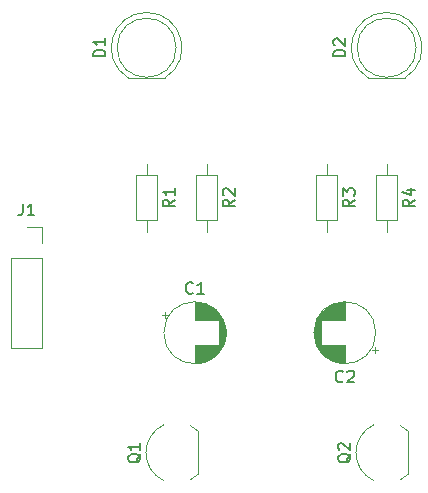
<source format=gbr>
%TF.GenerationSoftware,KiCad,Pcbnew,8.0.6*%
%TF.CreationDate,2024-11-22T14:42:32+09:00*%
%TF.ProjectId,traning,7472616e-696e-4672-9e6b-696361645f70,rev?*%
%TF.SameCoordinates,Original*%
%TF.FileFunction,Legend,Top*%
%TF.FilePolarity,Positive*%
%FSLAX46Y46*%
G04 Gerber Fmt 4.6, Leading zero omitted, Abs format (unit mm)*
G04 Created by KiCad (PCBNEW 8.0.6) date 2024-11-22 14:42:32*
%MOMM*%
%LPD*%
G01*
G04 APERTURE LIST*
%ADD10C,0.150000*%
%ADD11C,0.120000*%
G04 APERTURE END LIST*
D10*
X152234819Y-75096666D02*
X151758628Y-75429999D01*
X152234819Y-75668094D02*
X151234819Y-75668094D01*
X151234819Y-75668094D02*
X151234819Y-75287142D01*
X151234819Y-75287142D02*
X151282438Y-75191904D01*
X151282438Y-75191904D02*
X151330057Y-75144285D01*
X151330057Y-75144285D02*
X151425295Y-75096666D01*
X151425295Y-75096666D02*
X151568152Y-75096666D01*
X151568152Y-75096666D02*
X151663390Y-75144285D01*
X151663390Y-75144285D02*
X151711009Y-75191904D01*
X151711009Y-75191904D02*
X151758628Y-75287142D01*
X151758628Y-75287142D02*
X151758628Y-75668094D01*
X151568152Y-74239523D02*
X152234819Y-74239523D01*
X151187200Y-74477618D02*
X151901485Y-74715713D01*
X151901485Y-74715713D02*
X151901485Y-74096666D01*
X147154819Y-75096666D02*
X146678628Y-75429999D01*
X147154819Y-75668094D02*
X146154819Y-75668094D01*
X146154819Y-75668094D02*
X146154819Y-75287142D01*
X146154819Y-75287142D02*
X146202438Y-75191904D01*
X146202438Y-75191904D02*
X146250057Y-75144285D01*
X146250057Y-75144285D02*
X146345295Y-75096666D01*
X146345295Y-75096666D02*
X146488152Y-75096666D01*
X146488152Y-75096666D02*
X146583390Y-75144285D01*
X146583390Y-75144285D02*
X146631009Y-75191904D01*
X146631009Y-75191904D02*
X146678628Y-75287142D01*
X146678628Y-75287142D02*
X146678628Y-75668094D01*
X146154819Y-74763332D02*
X146154819Y-74144285D01*
X146154819Y-74144285D02*
X146535771Y-74477618D01*
X146535771Y-74477618D02*
X146535771Y-74334761D01*
X146535771Y-74334761D02*
X146583390Y-74239523D01*
X146583390Y-74239523D02*
X146631009Y-74191904D01*
X146631009Y-74191904D02*
X146726247Y-74144285D01*
X146726247Y-74144285D02*
X146964342Y-74144285D01*
X146964342Y-74144285D02*
X147059580Y-74191904D01*
X147059580Y-74191904D02*
X147107200Y-74239523D01*
X147107200Y-74239523D02*
X147154819Y-74334761D01*
X147154819Y-74334761D02*
X147154819Y-74620475D01*
X147154819Y-74620475D02*
X147107200Y-74715713D01*
X147107200Y-74715713D02*
X147059580Y-74763332D01*
X136994819Y-75096666D02*
X136518628Y-75429999D01*
X136994819Y-75668094D02*
X135994819Y-75668094D01*
X135994819Y-75668094D02*
X135994819Y-75287142D01*
X135994819Y-75287142D02*
X136042438Y-75191904D01*
X136042438Y-75191904D02*
X136090057Y-75144285D01*
X136090057Y-75144285D02*
X136185295Y-75096666D01*
X136185295Y-75096666D02*
X136328152Y-75096666D01*
X136328152Y-75096666D02*
X136423390Y-75144285D01*
X136423390Y-75144285D02*
X136471009Y-75191904D01*
X136471009Y-75191904D02*
X136518628Y-75287142D01*
X136518628Y-75287142D02*
X136518628Y-75668094D01*
X136090057Y-74715713D02*
X136042438Y-74668094D01*
X136042438Y-74668094D02*
X135994819Y-74572856D01*
X135994819Y-74572856D02*
X135994819Y-74334761D01*
X135994819Y-74334761D02*
X136042438Y-74239523D01*
X136042438Y-74239523D02*
X136090057Y-74191904D01*
X136090057Y-74191904D02*
X136185295Y-74144285D01*
X136185295Y-74144285D02*
X136280533Y-74144285D01*
X136280533Y-74144285D02*
X136423390Y-74191904D01*
X136423390Y-74191904D02*
X136994819Y-74763332D01*
X136994819Y-74763332D02*
X136994819Y-74144285D01*
X131914819Y-75096666D02*
X131438628Y-75429999D01*
X131914819Y-75668094D02*
X130914819Y-75668094D01*
X130914819Y-75668094D02*
X130914819Y-75287142D01*
X130914819Y-75287142D02*
X130962438Y-75191904D01*
X130962438Y-75191904D02*
X131010057Y-75144285D01*
X131010057Y-75144285D02*
X131105295Y-75096666D01*
X131105295Y-75096666D02*
X131248152Y-75096666D01*
X131248152Y-75096666D02*
X131343390Y-75144285D01*
X131343390Y-75144285D02*
X131391009Y-75191904D01*
X131391009Y-75191904D02*
X131438628Y-75287142D01*
X131438628Y-75287142D02*
X131438628Y-75668094D01*
X131914819Y-74144285D02*
X131914819Y-74715713D01*
X131914819Y-74429999D02*
X130914819Y-74429999D01*
X130914819Y-74429999D02*
X131057676Y-74525237D01*
X131057676Y-74525237D02*
X131152914Y-74620475D01*
X131152914Y-74620475D02*
X131200533Y-74715713D01*
X146850057Y-96615238D02*
X146802438Y-96710476D01*
X146802438Y-96710476D02*
X146707200Y-96805714D01*
X146707200Y-96805714D02*
X146564342Y-96948571D01*
X146564342Y-96948571D02*
X146516723Y-97043809D01*
X146516723Y-97043809D02*
X146516723Y-97139047D01*
X146754819Y-97091428D02*
X146707200Y-97186666D01*
X146707200Y-97186666D02*
X146611961Y-97281904D01*
X146611961Y-97281904D02*
X146421485Y-97329523D01*
X146421485Y-97329523D02*
X146088152Y-97329523D01*
X146088152Y-97329523D02*
X145897676Y-97281904D01*
X145897676Y-97281904D02*
X145802438Y-97186666D01*
X145802438Y-97186666D02*
X145754819Y-97091428D01*
X145754819Y-97091428D02*
X145754819Y-96900952D01*
X145754819Y-96900952D02*
X145802438Y-96805714D01*
X145802438Y-96805714D02*
X145897676Y-96710476D01*
X145897676Y-96710476D02*
X146088152Y-96662857D01*
X146088152Y-96662857D02*
X146421485Y-96662857D01*
X146421485Y-96662857D02*
X146611961Y-96710476D01*
X146611961Y-96710476D02*
X146707200Y-96805714D01*
X146707200Y-96805714D02*
X146754819Y-96900952D01*
X146754819Y-96900952D02*
X146754819Y-97091428D01*
X145850057Y-96281904D02*
X145802438Y-96234285D01*
X145802438Y-96234285D02*
X145754819Y-96139047D01*
X145754819Y-96139047D02*
X145754819Y-95900952D01*
X145754819Y-95900952D02*
X145802438Y-95805714D01*
X145802438Y-95805714D02*
X145850057Y-95758095D01*
X145850057Y-95758095D02*
X145945295Y-95710476D01*
X145945295Y-95710476D02*
X146040533Y-95710476D01*
X146040533Y-95710476D02*
X146183390Y-95758095D01*
X146183390Y-95758095D02*
X146754819Y-96329523D01*
X146754819Y-96329523D02*
X146754819Y-95710476D01*
X129070057Y-96615238D02*
X129022438Y-96710476D01*
X129022438Y-96710476D02*
X128927200Y-96805714D01*
X128927200Y-96805714D02*
X128784342Y-96948571D01*
X128784342Y-96948571D02*
X128736723Y-97043809D01*
X128736723Y-97043809D02*
X128736723Y-97139047D01*
X128974819Y-97091428D02*
X128927200Y-97186666D01*
X128927200Y-97186666D02*
X128831961Y-97281904D01*
X128831961Y-97281904D02*
X128641485Y-97329523D01*
X128641485Y-97329523D02*
X128308152Y-97329523D01*
X128308152Y-97329523D02*
X128117676Y-97281904D01*
X128117676Y-97281904D02*
X128022438Y-97186666D01*
X128022438Y-97186666D02*
X127974819Y-97091428D01*
X127974819Y-97091428D02*
X127974819Y-96900952D01*
X127974819Y-96900952D02*
X128022438Y-96805714D01*
X128022438Y-96805714D02*
X128117676Y-96710476D01*
X128117676Y-96710476D02*
X128308152Y-96662857D01*
X128308152Y-96662857D02*
X128641485Y-96662857D01*
X128641485Y-96662857D02*
X128831961Y-96710476D01*
X128831961Y-96710476D02*
X128927200Y-96805714D01*
X128927200Y-96805714D02*
X128974819Y-96900952D01*
X128974819Y-96900952D02*
X128974819Y-97091428D01*
X128974819Y-95710476D02*
X128974819Y-96281904D01*
X128974819Y-95996190D02*
X127974819Y-95996190D01*
X127974819Y-95996190D02*
X128117676Y-96091428D01*
X128117676Y-96091428D02*
X128212914Y-96186666D01*
X128212914Y-96186666D02*
X128260533Y-96281904D01*
X119046666Y-75424819D02*
X119046666Y-76139104D01*
X119046666Y-76139104D02*
X118999047Y-76281961D01*
X118999047Y-76281961D02*
X118903809Y-76377200D01*
X118903809Y-76377200D02*
X118760952Y-76424819D01*
X118760952Y-76424819D02*
X118665714Y-76424819D01*
X120046666Y-76424819D02*
X119475238Y-76424819D01*
X119760952Y-76424819D02*
X119760952Y-75424819D01*
X119760952Y-75424819D02*
X119665714Y-75567676D01*
X119665714Y-75567676D02*
X119570476Y-75662914D01*
X119570476Y-75662914D02*
X119475238Y-75710533D01*
X146354819Y-62968094D02*
X145354819Y-62968094D01*
X145354819Y-62968094D02*
X145354819Y-62729999D01*
X145354819Y-62729999D02*
X145402438Y-62587142D01*
X145402438Y-62587142D02*
X145497676Y-62491904D01*
X145497676Y-62491904D02*
X145592914Y-62444285D01*
X145592914Y-62444285D02*
X145783390Y-62396666D01*
X145783390Y-62396666D02*
X145926247Y-62396666D01*
X145926247Y-62396666D02*
X146116723Y-62444285D01*
X146116723Y-62444285D02*
X146211961Y-62491904D01*
X146211961Y-62491904D02*
X146307200Y-62587142D01*
X146307200Y-62587142D02*
X146354819Y-62729999D01*
X146354819Y-62729999D02*
X146354819Y-62968094D01*
X145450057Y-62015713D02*
X145402438Y-61968094D01*
X145402438Y-61968094D02*
X145354819Y-61872856D01*
X145354819Y-61872856D02*
X145354819Y-61634761D01*
X145354819Y-61634761D02*
X145402438Y-61539523D01*
X145402438Y-61539523D02*
X145450057Y-61491904D01*
X145450057Y-61491904D02*
X145545295Y-61444285D01*
X145545295Y-61444285D02*
X145640533Y-61444285D01*
X145640533Y-61444285D02*
X145783390Y-61491904D01*
X145783390Y-61491904D02*
X146354819Y-62063332D01*
X146354819Y-62063332D02*
X146354819Y-61444285D01*
X126034819Y-62968094D02*
X125034819Y-62968094D01*
X125034819Y-62968094D02*
X125034819Y-62729999D01*
X125034819Y-62729999D02*
X125082438Y-62587142D01*
X125082438Y-62587142D02*
X125177676Y-62491904D01*
X125177676Y-62491904D02*
X125272914Y-62444285D01*
X125272914Y-62444285D02*
X125463390Y-62396666D01*
X125463390Y-62396666D02*
X125606247Y-62396666D01*
X125606247Y-62396666D02*
X125796723Y-62444285D01*
X125796723Y-62444285D02*
X125891961Y-62491904D01*
X125891961Y-62491904D02*
X125987200Y-62587142D01*
X125987200Y-62587142D02*
X126034819Y-62729999D01*
X126034819Y-62729999D02*
X126034819Y-62968094D01*
X126034819Y-61444285D02*
X126034819Y-62015713D01*
X126034819Y-61729999D02*
X125034819Y-61729999D01*
X125034819Y-61729999D02*
X125177676Y-61825237D01*
X125177676Y-61825237D02*
X125272914Y-61920475D01*
X125272914Y-61920475D02*
X125320533Y-62015713D01*
X146153333Y-90469580D02*
X146105714Y-90517200D01*
X146105714Y-90517200D02*
X145962857Y-90564819D01*
X145962857Y-90564819D02*
X145867619Y-90564819D01*
X145867619Y-90564819D02*
X145724762Y-90517200D01*
X145724762Y-90517200D02*
X145629524Y-90421961D01*
X145629524Y-90421961D02*
X145581905Y-90326723D01*
X145581905Y-90326723D02*
X145534286Y-90136247D01*
X145534286Y-90136247D02*
X145534286Y-89993390D01*
X145534286Y-89993390D02*
X145581905Y-89802914D01*
X145581905Y-89802914D02*
X145629524Y-89707676D01*
X145629524Y-89707676D02*
X145724762Y-89612438D01*
X145724762Y-89612438D02*
X145867619Y-89564819D01*
X145867619Y-89564819D02*
X145962857Y-89564819D01*
X145962857Y-89564819D02*
X146105714Y-89612438D01*
X146105714Y-89612438D02*
X146153333Y-89660057D01*
X146534286Y-89660057D02*
X146581905Y-89612438D01*
X146581905Y-89612438D02*
X146677143Y-89564819D01*
X146677143Y-89564819D02*
X146915238Y-89564819D01*
X146915238Y-89564819D02*
X147010476Y-89612438D01*
X147010476Y-89612438D02*
X147058095Y-89660057D01*
X147058095Y-89660057D02*
X147105714Y-89755295D01*
X147105714Y-89755295D02*
X147105714Y-89850533D01*
X147105714Y-89850533D02*
X147058095Y-89993390D01*
X147058095Y-89993390D02*
X146486667Y-90564819D01*
X146486667Y-90564819D02*
X147105714Y-90564819D01*
X133453333Y-82969580D02*
X133405714Y-83017200D01*
X133405714Y-83017200D02*
X133262857Y-83064819D01*
X133262857Y-83064819D02*
X133167619Y-83064819D01*
X133167619Y-83064819D02*
X133024762Y-83017200D01*
X133024762Y-83017200D02*
X132929524Y-82921961D01*
X132929524Y-82921961D02*
X132881905Y-82826723D01*
X132881905Y-82826723D02*
X132834286Y-82636247D01*
X132834286Y-82636247D02*
X132834286Y-82493390D01*
X132834286Y-82493390D02*
X132881905Y-82302914D01*
X132881905Y-82302914D02*
X132929524Y-82207676D01*
X132929524Y-82207676D02*
X133024762Y-82112438D01*
X133024762Y-82112438D02*
X133167619Y-82064819D01*
X133167619Y-82064819D02*
X133262857Y-82064819D01*
X133262857Y-82064819D02*
X133405714Y-82112438D01*
X133405714Y-82112438D02*
X133453333Y-82160057D01*
X134405714Y-83064819D02*
X133834286Y-83064819D01*
X134120000Y-83064819D02*
X134120000Y-82064819D01*
X134120000Y-82064819D02*
X134024762Y-82207676D01*
X134024762Y-82207676D02*
X133929524Y-82302914D01*
X133929524Y-82302914D02*
X133834286Y-82350533D01*
D11*
%TO.C,R4*%
X149860000Y-77800000D02*
X149860000Y-76850000D01*
X148940000Y-76850000D02*
X150780000Y-76850000D01*
X150780000Y-76850000D02*
X150780000Y-73010000D01*
X148940000Y-73010000D02*
X148940000Y-76850000D01*
X150780000Y-73010000D02*
X148940000Y-73010000D01*
X149860000Y-72060000D02*
X149860000Y-73010000D01*
%TO.C,R3*%
X144780000Y-77800000D02*
X144780000Y-76850000D01*
X143860000Y-76850000D02*
X145700000Y-76850000D01*
X145700000Y-76850000D02*
X145700000Y-73010000D01*
X143860000Y-73010000D02*
X143860000Y-76850000D01*
X145700000Y-73010000D02*
X143860000Y-73010000D01*
X144780000Y-72060000D02*
X144780000Y-73010000D01*
%TO.C,R2*%
X134620000Y-77800000D02*
X134620000Y-76850000D01*
X133700000Y-76850000D02*
X135540000Y-76850000D01*
X135540000Y-76850000D02*
X135540000Y-73010000D01*
X133700000Y-73010000D02*
X133700000Y-76850000D01*
X135540000Y-73010000D02*
X133700000Y-73010000D01*
X134620000Y-72060000D02*
X134620000Y-73010000D01*
%TO.C,R1*%
X129540000Y-77800000D02*
X129540000Y-76850000D01*
X128620000Y-76850000D02*
X130460000Y-76850000D01*
X130460000Y-76850000D02*
X130460000Y-73010000D01*
X128620000Y-73010000D02*
X128620000Y-76850000D01*
X130460000Y-73010000D02*
X128620000Y-73010000D01*
X129540000Y-72060000D02*
X129540000Y-73010000D01*
%TO.C,Q2*%
X151710000Y-98320000D02*
X151710000Y-94720000D01*
X148761193Y-98876400D02*
G75*
G02*
X147260000Y-96520000I1098807J2356400D01*
G01*
X151710000Y-98320000D02*
G75*
G02*
X150982795Y-98844184I-1850000J1800000D01*
G01*
X147260000Y-96520000D02*
G75*
G02*
X148761193Y-94163600I2600000J0D01*
G01*
X150982795Y-94195816D02*
G75*
G02*
X151710000Y-94720000I-1122795J-2324184D01*
G01*
%TO.C,Q1*%
X133202795Y-94195816D02*
G75*
G02*
X133930000Y-94720000I-1122795J-2324184D01*
G01*
X129480000Y-96520000D02*
G75*
G02*
X130981193Y-94163600I2600000J0D01*
G01*
X133930000Y-98320000D02*
G75*
G02*
X133202795Y-98844184I-1850000J1800000D01*
G01*
X130981193Y-98876400D02*
G75*
G02*
X129480000Y-96520000I1098807J2356400D01*
G01*
X133930000Y-98320000D02*
X133930000Y-94720000D01*
%TO.C,J1*%
X120710000Y-80010000D02*
X120710000Y-87690000D01*
X120710000Y-77410000D02*
X120710000Y-78740000D01*
X119380000Y-77410000D02*
X120710000Y-77410000D01*
X118050000Y-87690000D02*
X120710000Y-87690000D01*
X118050000Y-80010000D02*
X120710000Y-80010000D01*
X118050000Y-80010000D02*
X118050000Y-87690000D01*
%TO.C,D2*%
X152360000Y-62230000D02*
G75*
G02*
X147360000Y-62230000I-2500000J0D01*
G01*
X147360000Y-62230000D02*
G75*
G02*
X152360000Y-62230000I2500000J0D01*
G01*
X149859538Y-59240000D02*
G75*
G02*
X151404830Y-64790000I462J-2990000D01*
G01*
X148315170Y-64790000D02*
G75*
G02*
X149860462Y-59240000I1544830J2560000D01*
G01*
X148315000Y-64790000D02*
X151405000Y-64790000D01*
%TO.C,D1*%
X127995000Y-64790000D02*
X131085000Y-64790000D01*
X127995170Y-64790000D02*
G75*
G02*
X129540462Y-59240000I1544830J2560000D01*
G01*
X129539538Y-59240000D02*
G75*
G02*
X131084830Y-64790000I462J-2990000D01*
G01*
X132040000Y-62230000D02*
G75*
G02*
X127040000Y-62230000I-2500000J0D01*
G01*
X127040000Y-62230000D02*
G75*
G02*
X132040000Y-62230000I2500000J0D01*
G01*
%TO.C,C2*%
X149124775Y-87835000D02*
X148624775Y-87835000D01*
X148874775Y-88085000D02*
X148874775Y-87585000D01*
X146320000Y-88940000D02*
X146320000Y-87400000D01*
X146320000Y-85320000D02*
X146320000Y-83780000D01*
X146280000Y-88940000D02*
X146280000Y-87400000D01*
X146280000Y-85320000D02*
X146280000Y-83780000D01*
X146240000Y-88939000D02*
X146240000Y-87400000D01*
X146240000Y-85320000D02*
X146240000Y-83781000D01*
X146200000Y-88938000D02*
X146200000Y-87400000D01*
X146200000Y-85320000D02*
X146200000Y-83782000D01*
X146160000Y-88936000D02*
X146160000Y-87400000D01*
X146160000Y-85320000D02*
X146160000Y-83784000D01*
X146120000Y-88933000D02*
X146120000Y-87400000D01*
X146120000Y-85320000D02*
X146120000Y-83787000D01*
X146080000Y-88929000D02*
X146080000Y-87400000D01*
X146080000Y-85320000D02*
X146080000Y-83791000D01*
X146040000Y-88925000D02*
X146040000Y-87400000D01*
X146040000Y-85320000D02*
X146040000Y-83795000D01*
X146000000Y-88921000D02*
X146000000Y-87400000D01*
X146000000Y-85320000D02*
X146000000Y-83799000D01*
X145960000Y-88916000D02*
X145960000Y-87400000D01*
X145960000Y-85320000D02*
X145960000Y-83804000D01*
X145920000Y-88910000D02*
X145920000Y-87400000D01*
X145920000Y-85320000D02*
X145920000Y-83810000D01*
X145880000Y-88903000D02*
X145880000Y-87400000D01*
X145880000Y-85320000D02*
X145880000Y-83817000D01*
X145840000Y-88896000D02*
X145840000Y-87400000D01*
X145840000Y-85320000D02*
X145840000Y-83824000D01*
X145800000Y-88888000D02*
X145800000Y-87400000D01*
X145800000Y-85320000D02*
X145800000Y-83832000D01*
X145760000Y-88880000D02*
X145760000Y-87400000D01*
X145760000Y-85320000D02*
X145760000Y-83840000D01*
X145720000Y-88871000D02*
X145720000Y-87400000D01*
X145720000Y-85320000D02*
X145720000Y-83849000D01*
X145680000Y-88861000D02*
X145680000Y-87400000D01*
X145680000Y-85320000D02*
X145680000Y-83859000D01*
X145640000Y-88851000D02*
X145640000Y-87400000D01*
X145640000Y-85320000D02*
X145640000Y-83869000D01*
X145599000Y-88840000D02*
X145599000Y-87400000D01*
X145599000Y-85320000D02*
X145599000Y-83880000D01*
X145559000Y-88828000D02*
X145559000Y-87400000D01*
X145559000Y-85320000D02*
X145559000Y-83892000D01*
X145519000Y-88815000D02*
X145519000Y-87400000D01*
X145519000Y-85320000D02*
X145519000Y-83905000D01*
X145479000Y-88802000D02*
X145479000Y-87400000D01*
X145479000Y-85320000D02*
X145479000Y-83918000D01*
X145439000Y-88788000D02*
X145439000Y-87400000D01*
X145439000Y-85320000D02*
X145439000Y-83932000D01*
X145399000Y-88774000D02*
X145399000Y-87400000D01*
X145399000Y-85320000D02*
X145399000Y-83946000D01*
X145359000Y-88758000D02*
X145359000Y-87400000D01*
X145359000Y-85320000D02*
X145359000Y-83962000D01*
X145319000Y-88742000D02*
X145319000Y-87400000D01*
X145319000Y-85320000D02*
X145319000Y-83978000D01*
X145279000Y-88725000D02*
X145279000Y-87400000D01*
X145279000Y-85320000D02*
X145279000Y-83995000D01*
X145239000Y-88708000D02*
X145239000Y-87400000D01*
X145239000Y-85320000D02*
X145239000Y-84012000D01*
X145199000Y-88689000D02*
X145199000Y-87400000D01*
X145199000Y-85320000D02*
X145199000Y-84031000D01*
X145159000Y-88670000D02*
X145159000Y-87400000D01*
X145159000Y-85320000D02*
X145159000Y-84050000D01*
X145119000Y-88650000D02*
X145119000Y-87400000D01*
X145119000Y-85320000D02*
X145119000Y-84070000D01*
X145079000Y-88628000D02*
X145079000Y-87400000D01*
X145079000Y-85320000D02*
X145079000Y-84092000D01*
X145039000Y-88607000D02*
X145039000Y-87400000D01*
X145039000Y-85320000D02*
X145039000Y-84113000D01*
X144999000Y-88584000D02*
X144999000Y-87400000D01*
X144999000Y-85320000D02*
X144999000Y-84136000D01*
X144959000Y-88560000D02*
X144959000Y-87400000D01*
X144959000Y-85320000D02*
X144959000Y-84160000D01*
X144919000Y-88535000D02*
X144919000Y-87400000D01*
X144919000Y-85320000D02*
X144919000Y-84185000D01*
X144879000Y-88509000D02*
X144879000Y-87400000D01*
X144879000Y-85320000D02*
X144879000Y-84211000D01*
X144839000Y-88482000D02*
X144839000Y-87400000D01*
X144839000Y-85320000D02*
X144839000Y-84238000D01*
X144799000Y-88455000D02*
X144799000Y-87400000D01*
X144799000Y-85320000D02*
X144799000Y-84265000D01*
X144759000Y-88425000D02*
X144759000Y-87400000D01*
X144759000Y-85320000D02*
X144759000Y-84295000D01*
X144719000Y-88395000D02*
X144719000Y-87400000D01*
X144719000Y-85320000D02*
X144719000Y-84325000D01*
X144679000Y-88364000D02*
X144679000Y-87400000D01*
X144679000Y-85320000D02*
X144679000Y-84356000D01*
X144639000Y-88331000D02*
X144639000Y-87400000D01*
X144639000Y-85320000D02*
X144639000Y-84389000D01*
X144599000Y-88297000D02*
X144599000Y-87400000D01*
X144599000Y-85320000D02*
X144599000Y-84423000D01*
X144559000Y-88261000D02*
X144559000Y-87400000D01*
X144559000Y-85320000D02*
X144559000Y-84459000D01*
X144519000Y-88224000D02*
X144519000Y-87400000D01*
X144519000Y-85320000D02*
X144519000Y-84496000D01*
X144479000Y-88186000D02*
X144479000Y-87400000D01*
X144479000Y-85320000D02*
X144479000Y-84534000D01*
X144439000Y-88145000D02*
X144439000Y-87400000D01*
X144439000Y-85320000D02*
X144439000Y-84575000D01*
X144399000Y-88103000D02*
X144399000Y-87400000D01*
X144399000Y-85320000D02*
X144399000Y-84617000D01*
X144359000Y-88059000D02*
X144359000Y-87400000D01*
X144359000Y-85320000D02*
X144359000Y-84661000D01*
X144319000Y-88013000D02*
X144319000Y-87400000D01*
X144319000Y-85320000D02*
X144319000Y-84707000D01*
X144279000Y-87965000D02*
X144279000Y-84755000D01*
X144239000Y-87914000D02*
X144239000Y-84806000D01*
X144199000Y-87860000D02*
X144199000Y-84860000D01*
X144159000Y-87803000D02*
X144159000Y-84917000D01*
X144119000Y-87743000D02*
X144119000Y-84977000D01*
X144079000Y-87679000D02*
X144079000Y-85041000D01*
X144039000Y-87611000D02*
X144039000Y-85109000D01*
X143999000Y-87538000D02*
X143999000Y-85182000D01*
X143959000Y-87458000D02*
X143959000Y-85262000D01*
X143919000Y-87371000D02*
X143919000Y-85349000D01*
X143879000Y-87275000D02*
X143879000Y-85445000D01*
X143839000Y-87165000D02*
X143839000Y-85555000D01*
X143799000Y-87037000D02*
X143799000Y-85683000D01*
X143759000Y-86878000D02*
X143759000Y-85842000D01*
X143719000Y-86644000D02*
X143719000Y-86076000D01*
X148940000Y-86360000D02*
G75*
G02*
X143700000Y-86360000I-2620000J0D01*
G01*
X143700000Y-86360000D02*
G75*
G02*
X148940000Y-86360000I2620000J0D01*
G01*
%TO.C,C1*%
X130815225Y-84885000D02*
X131315225Y-84885000D01*
X131065225Y-84635000D02*
X131065225Y-85135000D01*
X133620000Y-83780000D02*
X133620000Y-85320000D01*
X133620000Y-87400000D02*
X133620000Y-88940000D01*
X133660000Y-83780000D02*
X133660000Y-85320000D01*
X133660000Y-87400000D02*
X133660000Y-88940000D01*
X133700000Y-83781000D02*
X133700000Y-85320000D01*
X133700000Y-87400000D02*
X133700000Y-88939000D01*
X133740000Y-83782000D02*
X133740000Y-85320000D01*
X133740000Y-87400000D02*
X133740000Y-88938000D01*
X133780000Y-83784000D02*
X133780000Y-85320000D01*
X133780000Y-87400000D02*
X133780000Y-88936000D01*
X133820000Y-83787000D02*
X133820000Y-85320000D01*
X133820000Y-87400000D02*
X133820000Y-88933000D01*
X133860000Y-83791000D02*
X133860000Y-85320000D01*
X133860000Y-87400000D02*
X133860000Y-88929000D01*
X133900000Y-83795000D02*
X133900000Y-85320000D01*
X133900000Y-87400000D02*
X133900000Y-88925000D01*
X133940000Y-83799000D02*
X133940000Y-85320000D01*
X133940000Y-87400000D02*
X133940000Y-88921000D01*
X133980000Y-83804000D02*
X133980000Y-85320000D01*
X133980000Y-87400000D02*
X133980000Y-88916000D01*
X134020000Y-83810000D02*
X134020000Y-85320000D01*
X134020000Y-87400000D02*
X134020000Y-88910000D01*
X134060000Y-83817000D02*
X134060000Y-85320000D01*
X134060000Y-87400000D02*
X134060000Y-88903000D01*
X134100000Y-83824000D02*
X134100000Y-85320000D01*
X134100000Y-87400000D02*
X134100000Y-88896000D01*
X134140000Y-83832000D02*
X134140000Y-85320000D01*
X134140000Y-87400000D02*
X134140000Y-88888000D01*
X134180000Y-83840000D02*
X134180000Y-85320000D01*
X134180000Y-87400000D02*
X134180000Y-88880000D01*
X134220000Y-83849000D02*
X134220000Y-85320000D01*
X134220000Y-87400000D02*
X134220000Y-88871000D01*
X134260000Y-83859000D02*
X134260000Y-85320000D01*
X134260000Y-87400000D02*
X134260000Y-88861000D01*
X134300000Y-83869000D02*
X134300000Y-85320000D01*
X134300000Y-87400000D02*
X134300000Y-88851000D01*
X134341000Y-83880000D02*
X134341000Y-85320000D01*
X134341000Y-87400000D02*
X134341000Y-88840000D01*
X134381000Y-83892000D02*
X134381000Y-85320000D01*
X134381000Y-87400000D02*
X134381000Y-88828000D01*
X134421000Y-83905000D02*
X134421000Y-85320000D01*
X134421000Y-87400000D02*
X134421000Y-88815000D01*
X134461000Y-83918000D02*
X134461000Y-85320000D01*
X134461000Y-87400000D02*
X134461000Y-88802000D01*
X134501000Y-83932000D02*
X134501000Y-85320000D01*
X134501000Y-87400000D02*
X134501000Y-88788000D01*
X134541000Y-83946000D02*
X134541000Y-85320000D01*
X134541000Y-87400000D02*
X134541000Y-88774000D01*
X134581000Y-83962000D02*
X134581000Y-85320000D01*
X134581000Y-87400000D02*
X134581000Y-88758000D01*
X134621000Y-83978000D02*
X134621000Y-85320000D01*
X134621000Y-87400000D02*
X134621000Y-88742000D01*
X134661000Y-83995000D02*
X134661000Y-85320000D01*
X134661000Y-87400000D02*
X134661000Y-88725000D01*
X134701000Y-84012000D02*
X134701000Y-85320000D01*
X134701000Y-87400000D02*
X134701000Y-88708000D01*
X134741000Y-84031000D02*
X134741000Y-85320000D01*
X134741000Y-87400000D02*
X134741000Y-88689000D01*
X134781000Y-84050000D02*
X134781000Y-85320000D01*
X134781000Y-87400000D02*
X134781000Y-88670000D01*
X134821000Y-84070000D02*
X134821000Y-85320000D01*
X134821000Y-87400000D02*
X134821000Y-88650000D01*
X134861000Y-84092000D02*
X134861000Y-85320000D01*
X134861000Y-87400000D02*
X134861000Y-88628000D01*
X134901000Y-84113000D02*
X134901000Y-85320000D01*
X134901000Y-87400000D02*
X134901000Y-88607000D01*
X134941000Y-84136000D02*
X134941000Y-85320000D01*
X134941000Y-87400000D02*
X134941000Y-88584000D01*
X134981000Y-84160000D02*
X134981000Y-85320000D01*
X134981000Y-87400000D02*
X134981000Y-88560000D01*
X135021000Y-84185000D02*
X135021000Y-85320000D01*
X135021000Y-87400000D02*
X135021000Y-88535000D01*
X135061000Y-84211000D02*
X135061000Y-85320000D01*
X135061000Y-87400000D02*
X135061000Y-88509000D01*
X135101000Y-84238000D02*
X135101000Y-85320000D01*
X135101000Y-87400000D02*
X135101000Y-88482000D01*
X135141000Y-84265000D02*
X135141000Y-85320000D01*
X135141000Y-87400000D02*
X135141000Y-88455000D01*
X135181000Y-84295000D02*
X135181000Y-85320000D01*
X135181000Y-87400000D02*
X135181000Y-88425000D01*
X135221000Y-84325000D02*
X135221000Y-85320000D01*
X135221000Y-87400000D02*
X135221000Y-88395000D01*
X135261000Y-84356000D02*
X135261000Y-85320000D01*
X135261000Y-87400000D02*
X135261000Y-88364000D01*
X135301000Y-84389000D02*
X135301000Y-85320000D01*
X135301000Y-87400000D02*
X135301000Y-88331000D01*
X135341000Y-84423000D02*
X135341000Y-85320000D01*
X135341000Y-87400000D02*
X135341000Y-88297000D01*
X135381000Y-84459000D02*
X135381000Y-85320000D01*
X135381000Y-87400000D02*
X135381000Y-88261000D01*
X135421000Y-84496000D02*
X135421000Y-85320000D01*
X135421000Y-87400000D02*
X135421000Y-88224000D01*
X135461000Y-84534000D02*
X135461000Y-85320000D01*
X135461000Y-87400000D02*
X135461000Y-88186000D01*
X135501000Y-84575000D02*
X135501000Y-85320000D01*
X135501000Y-87400000D02*
X135501000Y-88145000D01*
X135541000Y-84617000D02*
X135541000Y-85320000D01*
X135541000Y-87400000D02*
X135541000Y-88103000D01*
X135581000Y-84661000D02*
X135581000Y-85320000D01*
X135581000Y-87400000D02*
X135581000Y-88059000D01*
X135621000Y-84707000D02*
X135621000Y-85320000D01*
X135621000Y-87400000D02*
X135621000Y-88013000D01*
X135661000Y-84755000D02*
X135661000Y-87965000D01*
X135701000Y-84806000D02*
X135701000Y-87914000D01*
X135741000Y-84860000D02*
X135741000Y-87860000D01*
X135781000Y-84917000D02*
X135781000Y-87803000D01*
X135821000Y-84977000D02*
X135821000Y-87743000D01*
X135861000Y-85041000D02*
X135861000Y-87679000D01*
X135901000Y-85109000D02*
X135901000Y-87611000D01*
X135941000Y-85182000D02*
X135941000Y-87538000D01*
X135981000Y-85262000D02*
X135981000Y-87458000D01*
X136021000Y-85349000D02*
X136021000Y-87371000D01*
X136061000Y-85445000D02*
X136061000Y-87275000D01*
X136101000Y-85555000D02*
X136101000Y-87165000D01*
X136141000Y-85683000D02*
X136141000Y-87037000D01*
X136181000Y-85842000D02*
X136181000Y-86878000D01*
X136221000Y-86076000D02*
X136221000Y-86644000D01*
X136240000Y-86360000D02*
G75*
G02*
X131000000Y-86360000I-2620000J0D01*
G01*
X131000000Y-86360000D02*
G75*
G02*
X136240000Y-86360000I2620000J0D01*
G01*
%TD*%
M02*

</source>
